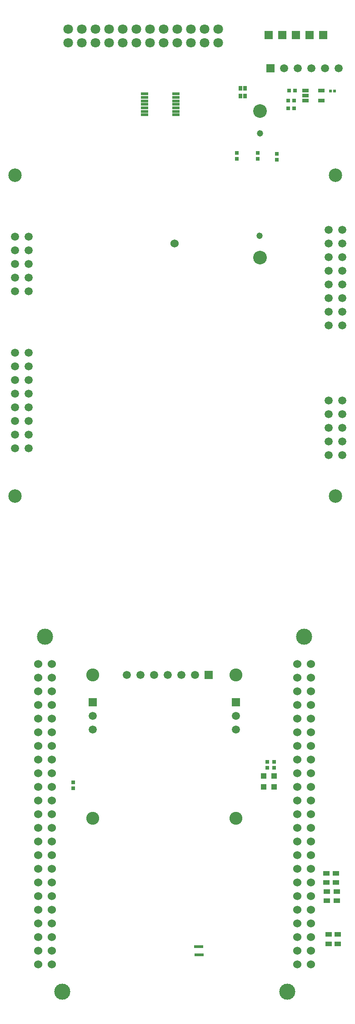
<source format=gbr>
G04 Layer_Color=255*
%FSLAX26Y26*%
%MOIN*%
%TF.FileFunction,Pads,Top*%
%TF.Part,Single*%
G01*
G75*
%TA.AperFunction,SMDPad,CuDef*%
%ADD10R,0.066929X0.019685*%
%ADD11R,0.070866X0.019685*%
%ADD12R,0.029528X0.025591*%
%ADD13R,0.020472X0.020472*%
G04:AMPARAMS|DCode=14|XSize=17.716mil|YSize=55.118mil|CornerRadius=1.949mil|HoleSize=0mil|Usage=FLASHONLY|Rotation=90.000|XOffset=0mil|YOffset=0mil|HoleType=Round|Shape=RoundedRectangle|*
%AMROUNDEDRECTD14*
21,1,0.017716,0.051221,0,0,90.0*
21,1,0.013819,0.055118,0,0,90.0*
1,1,0.003898,0.025610,0.006910*
1,1,0.003898,0.025610,-0.006910*
1,1,0.003898,-0.025610,-0.006910*
1,1,0.003898,-0.025610,0.006910*
%
%ADD14ROUNDEDRECTD14*%
%ADD15R,0.051181X0.033465*%
%ADD16R,0.025591X0.033465*%
%ADD17R,0.025591X0.029528*%
G04:AMPARAMS|DCode=18|XSize=25.591mil|YSize=47.244mil|CornerRadius=1.919mil|HoleSize=0mil|Usage=FLASHONLY|Rotation=90.000|XOffset=0mil|YOffset=0mil|HoleType=Round|Shape=RoundedRectangle|*
%AMROUNDEDRECTD18*
21,1,0.025591,0.043406,0,0,90.0*
21,1,0.021752,0.047244,0,0,90.0*
1,1,0.003839,0.021703,0.010876*
1,1,0.003839,0.021703,-0.010876*
1,1,0.003839,-0.021703,-0.010876*
1,1,0.003839,-0.021703,0.010876*
%
%ADD18ROUNDEDRECTD18*%
%ADD19R,0.039370X0.039370*%
%TA.AperFunction,ComponentPad*%
%ADD21C,0.059055*%
%ADD22R,0.059055X0.059055*%
%ADD23C,0.100000*%
%ADD24C,0.047000*%
%ADD25C,0.070866*%
%ADD26C,0.060000*%
%ADD27C,0.118110*%
%ADD28R,0.059055X0.059055*%
%ADD29R,0.060000X0.060000*%
%TA.AperFunction,ViaPad*%
%ADD30C,0.060000*%
%TA.AperFunction,WasherPad*%
%ADD31C,0.098425*%
%ADD32C,0.095000*%
D10*
X-1139024Y570472D02*
D03*
D11*
X-1140992Y629528D02*
D03*
D12*
X-2063000Y1788346D02*
D03*
X-2063000Y1831653D02*
D03*
X-863000Y6398346D02*
D03*
X-863000Y6441654D02*
D03*
X-568000Y6393346D02*
D03*
X-568000Y6436654D02*
D03*
X-708000Y6398346D02*
D03*
X-708000Y6441654D02*
D03*
X-638000Y1938346D02*
D03*
X-638000Y1981653D02*
D03*
X-588000Y1938346D02*
D03*
X-588000Y1981653D02*
D03*
D13*
X-176229Y6897176D02*
D03*
X-144733Y6897176D02*
D03*
D14*
X-1540221Y6874390D02*
D03*
X-1540221Y6848800D02*
D03*
X-1540221Y6823210D02*
D03*
X-1540221Y6797618D02*
D03*
X-1540221Y6772028D02*
D03*
X-1540221Y6746438D02*
D03*
X-1540221Y6720846D02*
D03*
X-1307937Y6874390D02*
D03*
X-1307937Y6848800D02*
D03*
X-1307937Y6823210D02*
D03*
X-1307937Y6797618D02*
D03*
X-1307937Y6772028D02*
D03*
X-1307937Y6746438D02*
D03*
X-1307937Y6720846D02*
D03*
D15*
X-205614Y1166185D02*
D03*
X-205614Y1099256D02*
D03*
X-134748Y1099256D02*
D03*
X-134748Y1166185D02*
D03*
X-122937Y650438D02*
D03*
X-122937Y717366D02*
D03*
X-201677Y965398D02*
D03*
X-201677Y1032328D02*
D03*
X-189866Y717367D02*
D03*
X-189866Y650437D02*
D03*
X-130810Y1032326D02*
D03*
X-130810Y965398D02*
D03*
D16*
X-834732Y6917043D02*
D03*
X-801268Y6917043D02*
D03*
X-801268Y6859957D02*
D03*
X-834732Y6859957D02*
D03*
D17*
X-436346Y6900000D02*
D03*
X-479654Y6900000D02*
D03*
X-484654Y6825000D02*
D03*
X-441346Y6825000D02*
D03*
X-441346Y6770000D02*
D03*
X-484654Y6770000D02*
D03*
D18*
X-242410Y6899578D02*
D03*
X-242410Y6824775D02*
D03*
X-358552Y6824775D02*
D03*
X-358552Y6862176D02*
D03*
X-358552Y6899578D02*
D03*
D19*
X-667370Y1879370D02*
D03*
X-588630Y1879370D02*
D03*
X-588630Y1800630D02*
D03*
X-667370Y1800630D02*
D03*
D21*
X-869851Y2220178D02*
D03*
X-869851Y2320178D02*
D03*
X-1919851Y2220178D02*
D03*
X-1919851Y2320178D02*
D03*
X-188000Y4228500D02*
D03*
X-188000Y4328500D02*
D03*
X-188000Y4428500D02*
D03*
X-188000Y4528500D02*
D03*
X-188000Y4628500D02*
D03*
X-88000Y4228500D02*
D03*
X-88000Y4328500D02*
D03*
X-88000Y4428500D02*
D03*
X-88000Y4528500D02*
D03*
X-88000Y4628500D02*
D03*
X-116001Y7061500D02*
D03*
X-216001Y7061500D02*
D03*
X-316001Y7061500D02*
D03*
X-416001Y7061500D02*
D03*
X-516001Y7061500D02*
D03*
X-2488000Y5428500D02*
D03*
X-2488000Y5528500D02*
D03*
X-2488000Y5628500D02*
D03*
X-2488000Y5728500D02*
D03*
X-2488000Y5828500D02*
D03*
X-2388000Y5428500D02*
D03*
X-2388000Y5528500D02*
D03*
X-2388000Y5628500D02*
D03*
X-2388000Y5728500D02*
D03*
X-2388000Y5828500D02*
D03*
X-2388000Y4278500D02*
D03*
X-2388000Y4378500D02*
D03*
X-2388000Y4478500D02*
D03*
X-2488000Y4278500D02*
D03*
X-2488000Y4378500D02*
D03*
X-2488000Y4478500D02*
D03*
X-2388000Y4578500D02*
D03*
X-2388000Y4678500D02*
D03*
X-2388000Y4778500D02*
D03*
X-2388000Y4878500D02*
D03*
X-2388000Y4978500D02*
D03*
X-2488000Y4578500D02*
D03*
X-2488000Y4678500D02*
D03*
X-2488000Y4778500D02*
D03*
X-2488000Y4878500D02*
D03*
X-2488000Y4978500D02*
D03*
X-88000Y5178500D02*
D03*
X-88000Y5278500D02*
D03*
X-88000Y5378500D02*
D03*
X-188000Y5178500D02*
D03*
X-188000Y5278500D02*
D03*
X-188000Y5378500D02*
D03*
X-88000Y5478500D02*
D03*
X-88000Y5578500D02*
D03*
X-88000Y5678500D02*
D03*
X-88000Y5778500D02*
D03*
X-88000Y5878500D02*
D03*
X-188000Y5478500D02*
D03*
X-188000Y5578500D02*
D03*
X-188000Y5678500D02*
D03*
X-188000Y5778500D02*
D03*
X-188000Y5878500D02*
D03*
X-1269851Y2620178D02*
D03*
X-1169851Y2620178D02*
D03*
X-1369851Y2620178D02*
D03*
X-1469851Y2620178D02*
D03*
X-1569851Y2620178D02*
D03*
X-1669851Y2620178D02*
D03*
D22*
X-869851Y2420178D02*
D03*
X-1919851Y2420178D02*
D03*
D23*
X-693803Y5675260D02*
D03*
X-693803Y6747660D02*
D03*
D24*
X-693803Y6585760D02*
D03*
X-695403Y5837160D02*
D03*
D25*
X-1098000Y7248500D02*
D03*
X-1098000Y7348500D02*
D03*
X-1198000Y7348500D02*
D03*
X-1298000Y7348500D02*
D03*
X-1398000Y7348500D02*
D03*
X-1498000Y7348500D02*
D03*
X-1598000Y7348500D02*
D03*
X-1698000Y7348500D02*
D03*
X-1798000Y7348500D02*
D03*
X-1898000Y7348500D02*
D03*
X-1998000Y7348500D02*
D03*
X-2098000Y7348500D02*
D03*
X-1198000Y7248500D02*
D03*
X-1298000Y7248500D02*
D03*
X-1398000Y7248500D02*
D03*
X-1498000Y7248500D02*
D03*
X-1598000Y7248500D02*
D03*
X-1698000Y7248500D02*
D03*
X-1798000Y7248500D02*
D03*
X-1898000Y7248500D02*
D03*
X-1998000Y7248500D02*
D03*
X-2098000Y7248500D02*
D03*
X-998000Y7348500D02*
D03*
X-998000Y7248500D02*
D03*
D26*
X-2318000Y2700000D02*
D03*
X-418000Y500000D02*
D03*
X-418000Y600000D02*
D03*
X-418000Y700000D02*
D03*
X-418000Y800000D02*
D03*
X-418000Y900000D02*
D03*
X-418000Y1000000D02*
D03*
X-418000Y1100000D02*
D03*
X-418000Y1200000D02*
D03*
X-418000Y1300000D02*
D03*
X-418000Y1400000D02*
D03*
X-418000Y1500000D02*
D03*
X-418000Y1600000D02*
D03*
X-418000Y1700000D02*
D03*
X-418000Y1800000D02*
D03*
X-418000Y1900000D02*
D03*
X-418000Y2000000D02*
D03*
X-418000Y2100000D02*
D03*
X-418000Y2200000D02*
D03*
X-418000Y2300000D02*
D03*
X-418000Y2400000D02*
D03*
X-418000Y2500000D02*
D03*
X-418000Y2600000D02*
D03*
X-318000Y500000D02*
D03*
X-318000Y600000D02*
D03*
X-318000Y700000D02*
D03*
X-318000Y800000D02*
D03*
X-318000Y900000D02*
D03*
X-318000Y1000000D02*
D03*
X-318000Y1100000D02*
D03*
X-318000Y1200000D02*
D03*
X-318000Y1300000D02*
D03*
X-318000Y1400000D02*
D03*
X-318000Y1500000D02*
D03*
X-318000Y1600000D02*
D03*
X-318000Y1700000D02*
D03*
X-318000Y1800000D02*
D03*
X-318000Y1900000D02*
D03*
X-318000Y2000000D02*
D03*
X-318000Y2100000D02*
D03*
X-318000Y2200000D02*
D03*
X-318000Y2300000D02*
D03*
X-318000Y2400000D02*
D03*
X-318000Y2500000D02*
D03*
X-318000Y2600000D02*
D03*
X-318000Y2700000D02*
D03*
X-418000Y2700000D02*
D03*
X-2318000Y500000D02*
D03*
X-2318000Y600000D02*
D03*
X-2318000Y700000D02*
D03*
X-2318000Y800000D02*
D03*
X-2318000Y900000D02*
D03*
X-2318000Y1000000D02*
D03*
X-2318000Y1100000D02*
D03*
X-2318000Y1200000D02*
D03*
X-2318000Y1300000D02*
D03*
X-2318000Y1400000D02*
D03*
X-2318000Y1500000D02*
D03*
X-2318000Y1600000D02*
D03*
X-2318000Y1700000D02*
D03*
X-2318000Y1800000D02*
D03*
X-2318000Y1900000D02*
D03*
X-2318000Y2000000D02*
D03*
X-2318000Y2100000D02*
D03*
X-2318000Y2200000D02*
D03*
X-2318000Y2300000D02*
D03*
X-2318000Y2400000D02*
D03*
X-2318000Y2500000D02*
D03*
X-2318000Y2600000D02*
D03*
X-2218000Y500000D02*
D03*
X-2218000Y600000D02*
D03*
X-2218000Y700000D02*
D03*
X-2218000Y800000D02*
D03*
X-2218000Y900000D02*
D03*
X-2218000Y1000000D02*
D03*
X-2218000Y1100000D02*
D03*
X-2218000Y1200000D02*
D03*
X-2218000Y1300000D02*
D03*
X-2218000Y1400000D02*
D03*
X-2218000Y1500000D02*
D03*
X-2218000Y1600000D02*
D03*
X-2218000Y1700000D02*
D03*
X-2218000Y1800000D02*
D03*
X-2218000Y1900000D02*
D03*
X-2218000Y2000000D02*
D03*
X-2218000Y2100000D02*
D03*
X-2218000Y2200000D02*
D03*
X-2218000Y2300000D02*
D03*
X-2218000Y2400000D02*
D03*
X-2218000Y2500000D02*
D03*
X-2218000Y2600000D02*
D03*
X-2218000Y2700000D02*
D03*
D27*
X-2143000Y300000D02*
D03*
X-493000Y300000D02*
D03*
X-368000Y2900000D02*
D03*
X-2268000Y2900000D02*
D03*
D28*
X-616001Y7061500D02*
D03*
X-1069851Y2620178D02*
D03*
D29*
X-330481Y7307176D02*
D03*
X-430481Y7307176D02*
D03*
X-530481Y7307176D02*
D03*
X-630481Y7307176D02*
D03*
X-230481Y7307176D02*
D03*
D30*
X-1318000Y5778500D02*
D03*
D31*
X-2488000Y6278500D02*
D03*
X-2488000Y3928500D02*
D03*
X-138000Y6278500D02*
D03*
X-138000Y3928500D02*
D03*
D32*
X-1919851Y1570178D02*
D03*
X-869851Y2620178D02*
D03*
X-869851Y1570178D02*
D03*
X-1919851Y2620178D02*
D03*
%TF.MD5,f47a5f00ad3942df332ee554ab3a63b4*%
M02*

</source>
